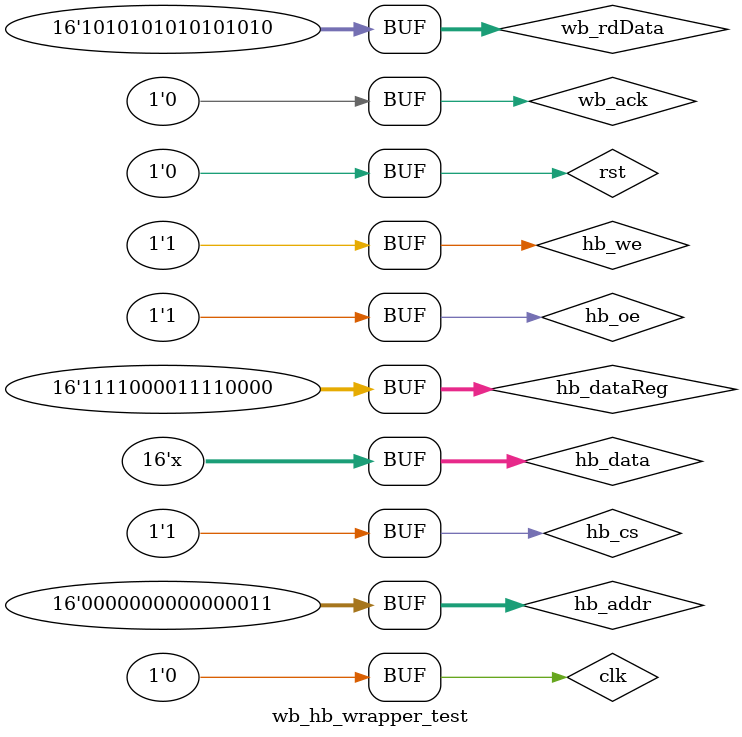
<source format=v>
`timescale 1ns / 1ps


module wb_hb_wrapper_test;

	// Inputs
	reg rst;
	reg clk;
	reg hb_cs;
	reg hb_oe;
	reg hb_we;
	reg [15:0] hb_addr;
	reg wb_ack;
	reg [15:0] wb_rdData;

	// Outputs
	wire hb_rdy;
	wire wb_strobe;
	wire wb_write;
	wire wb_cycle;
	wire [15:0] wb_addr;
	wire [15:0] wb_wrData;

	// Bidirs
	wire [15:0] hb_data;
	
	reg [15:0] hb_dataReg;

	// Instantiate the Unit Under Test (UUT)
	wb_hb_wrapper uut (
		.rst(rst), 
		.clk(clk), 
		.hb_cs(hb_cs), 
		.hb_oe(hb_oe), 
		.hb_we(hb_we), 
		.hb_addr(hb_addr), 
		.hb_data(hb_data), 
		.hb_rdy(hb_rdy), 
		.wb_strobe(wb_strobe), 
		.wb_write(wb_write), 
		.wb_ack(wb_ack), 
		.wb_cycle(wb_cycle), 
		.wb_addr(wb_addr), 
		.wb_rdData(wb_rdData), 
		.wb_wrData(wb_wrData)
	);

	initial begin
		// Initialize Inputs
		rst = 0;
		hb_cs = 1;
		hb_oe = 1;
		hb_we = 1;
		hb_addr = 'b11;
		wb_ack = 0;
		wb_rdData = 16'b1010101010101010;
		hb_dataReg = 16'b1111000011110000;

		rst = 1;
		#100;
		rst = 0;
		// Wait 100 ns for global reset to finish
		#100;
		
		hb_cs = 0;
		hb_oe = 0;
		#30;
		wb_ack = 1;
		#70;
		wb_ack = 0;
		hb_cs = 1;
		hb_oe = 1;
		#100;
		hb_cs = 0;
		hb_we = 0;
		#30;
		wb_ack = 1;
		#70;
		wb_ack = 0;
		hb_cs = 1;
		hb_we = 1;
		
    
		// Add stimulus here

	end
	
	always
	begin
		clk = 1;
		#10;
		clk = 0;
		#10;
	end
  
	assign hb_data = (hb_we == 0) ? hb_dataReg : 'bZ;
      
endmodule


</source>
